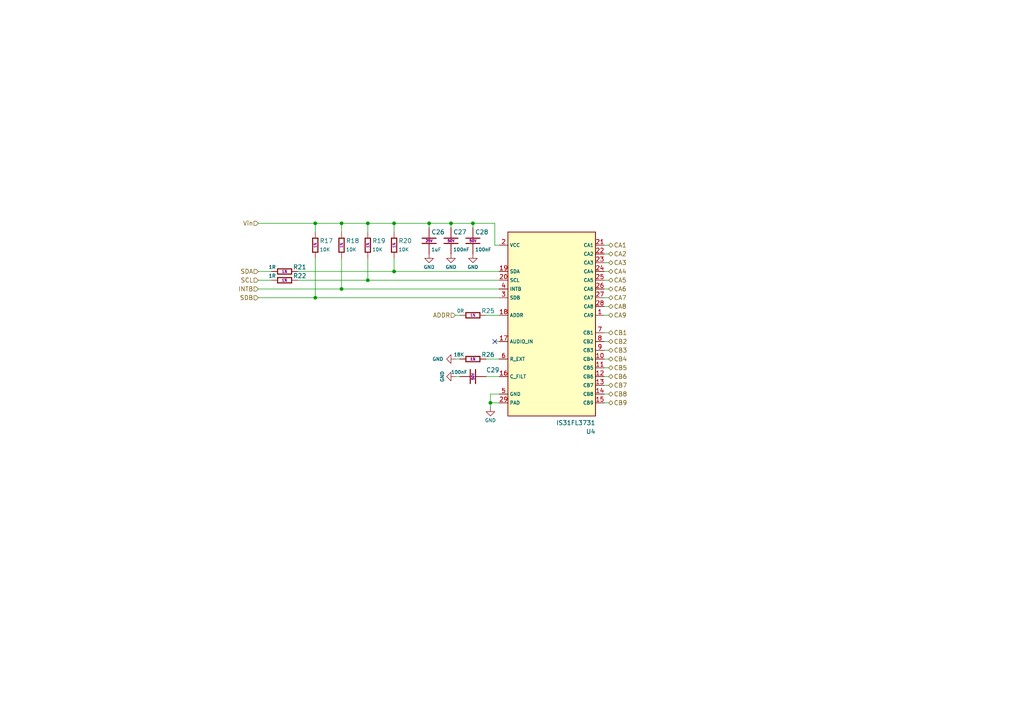
<source format=kicad_sch>
(kicad_sch (version 20211123) (generator eeschema)
  (paper "A4")
  (lib_symbols
    (symbol "CoE_Capacitor:100nF" (pin_numbers hide) (pin_names (offset 0.254) hide)
      (property "Reference" "C" (at 0.635 2.54 0))
      (property "Value" "100nF" (at 0.635 -2.54 0))
      (property "Voltage" "50V" (at 0 0 0))
      (symbol "100nF_1_1"
        (polyline (pts (xy -2.032 -0.762) (xy 2.032 -0.762)) (stroke (width 0.3048)) (fill (type outline)))
        (polyline (pts (xy -2.032 0.762) (xy 2.032 0.762)) (stroke (width 0.3048)) (fill (type outline)))
        (pin passive line (at 0 3.81 270) (length 2.9972) (name "~") (number "1"))
        (pin passive line (at 0 -3.81 90) (length 2.9972) (name "~") (number "2"))
      )
    )
    (symbol "CoE_Capacitor:1uF" (pin_numbers hide) (pin_names (offset 0.254) hide)
      (property "Reference" "C" (at 0.635 2.54 0))
      (property "Value" "1uF" (at 0.635 -2.54 0))
      (property "Voltage" "25V" (at 0 0 0))
      (symbol "1uF_1_1"
        (polyline (pts (xy -2.032 -0.762) (xy 2.032 -0.762)) (stroke (width 0.3048)) (fill (type outline)))
        (polyline (pts (xy -2.032 0.762) (xy 2.032 0.762)) (stroke (width 0.3048)) (fill (type outline)))
        (pin passive line (at 0 3.81 270) (length 2.9972) (name "~") (number "1"))
        (pin passive line (at 0 -3.81 90) (length 2.9972) (name "~") (number "2"))
      )
    )
    (symbol "CoE_IntegratedCircuit:IS31FL3731"
      (property "Reference" "U" (at 25.4 -53.34 0))
      (property "Value" "IS31FL3731" (at 25.4 -50.8 0))
      (property "Manufacturer Part #" "IS31FL3731-QFLS2-TR" (at 0 0 0))
      (property "JLCPCB Part #" "C191206" (at 0 0 0))
      (symbol "IS31FL3731_0_1"
        (rectangle (start 0 3.81) (end 25.4 -49.53) (stroke (width 0.254)) (fill (type background)))
      )
      (symbol "IS31FL3731_1_1"
        (pin passive line (at 27.94 -20.32 180) (length 2.54) (name "CA9") (number "1"))
        (pin passive line (at 27.94 -33.02 180) (length 2.54) (name "CB4") (number "10"))
        (pin passive line (at 27.94 -35.56 180) (length 2.54) (name "CB5") (number "11"))
        (pin passive line (at 27.94 -38.1 180) (length 2.54) (name "CB6") (number "12"))
        (pin passive line (at 27.94 -40.64 180) (length 2.54) (name "CB7") (number "13"))
        (pin passive line (at 27.94 -43.18 180) (length 2.54) (name "CB8") (number "14"))
        (pin passive line (at 27.94 -45.72 180) (length 2.54) (name "CB9") (number "15"))
        (pin input line (at -2.54 -38.1 0) (length 2.54) (name "C_FILT") (number "16"))
        (pin passive line (at -2.54 -27.94 0) (length 2.54) (name "AUDIO_IN") (number "17"))
        (pin input line (at -2.54 -20.32 0) (length 2.54) (name "ADDR") (number "18"))
        (pin bidirectional line (at -2.54 -7.62 0) (length 2.54) (name "SDA") (number "19"))
        (pin power_in line (at -2.54 0 0) (length 2.54) (name "VCC") (number "2"))
        (pin input line (at -2.54 -10.16 0) (length 2.54) (name "SCL") (number "20"))
        (pin passive line (at 27.94 0 180) (length 2.54) (name "CA1") (number "21"))
        (pin passive line (at 27.94 -2.54 180) (length 2.54) (name "CA2") (number "22"))
        (pin passive line (at 27.94 -5.08 180) (length 2.54) (name "CA3") (number "23"))
        (pin passive line (at 27.94 -7.62 180) (length 2.54) (name "CA4") (number "24"))
        (pin passive line (at 27.94 -10.16 180) (length 2.54) (name "CA5") (number "25"))
        (pin passive line (at 27.94 -12.7 180) (length 2.54) (name "CA6") (number "26"))
        (pin passive line (at 27.94 -15.24 180) (length 2.54) (name "CA7") (number "27"))
        (pin passive line (at 27.94 -17.78 180) (length 2.54) (name "CA8") (number "28"))
        (pin power_in line (at -2.54 -45.72 0) (length 2.54) (name "PAD") (number "29"))
        (pin input line (at -2.54 -15.24 0) (length 2.54) (name "SDB") (number "3"))
        (pin input line (at -2.54 -12.7 0) (length 2.54) (name "INTB") (number "4"))
        (pin power_in line (at -2.54 -43.18 0) (length 2.54) (name "GND") (number "5"))
        (pin passive line (at -2.54 -33.02 0) (length 2.54) (name "R_EXT") (number "6"))
        (pin passive line (at 27.94 -25.4 180) (length 2.54) (name "CB1") (number "7"))
        (pin passive line (at 27.94 -27.94 180) (length 2.54) (name "CB2") (number "8"))
        (pin passive line (at 27.94 -30.48 180) (length 2.54) (name "CB3") (number "9"))
      )
    )
    (symbol "CoE_Resistor:0R" (pin_numbers hide) (pin_names (offset 0.254) hide)
      (property "Reference" "R" (at 1.27 1.27 0))
      (property "Value" "0R" (at 1.27 -1.27 0))
      (property "Tolerance" "1%" (at 0 0 90))
      (symbol "0R_1_1"
        (polyline (pts (xy -0.762 -2.032) (xy -0.762 2.032)) (stroke (width 0.3048)) (fill (type outline)))
        (polyline (pts (xy 0.762 -2.032) (xy -0.762 -2.032)) (stroke (width 0.3048)) (fill (type outline)))
        (polyline (pts (xy 0.762 -2.032) (xy 0.762 2.032)) (stroke (width 0.3048)) (fill (type outline)))
        (polyline (pts (xy 0.762 2.032) (xy -0.762 2.032)) (stroke (width 0.3048)) (fill (type outline)))
        (pin passive line (at 0 3.81 270) (length 1.6002) (name "~") (number "1"))
        (pin passive line (at 0 -3.81 90) (length 1.6002) (name "~") (number "2"))
      )
    )
    (symbol "CoE_Resistor:10K" (pin_numbers hide) (pin_names (offset 0.254) hide)
      (property "Reference" "R" (at 1.27 1.27 0))
      (property "Value" "10K" (at 1.27 -1.27 0))
      (property "Tolerance" "1%" (at 0 0 90))
      (symbol "10K_1_1"
        (polyline (pts (xy -0.762 -2.032) (xy -0.762 2.032)) (stroke (width 0.3048)) (fill (type outline)))
        (polyline (pts (xy 0.762 -2.032) (xy -0.762 -2.032)) (stroke (width 0.3048)) (fill (type outline)))
        (polyline (pts (xy 0.762 -2.032) (xy 0.762 2.032)) (stroke (width 0.3048)) (fill (type outline)))
        (polyline (pts (xy 0.762 2.032) (xy -0.762 2.032)) (stroke (width 0.3048)) (fill (type outline)))
        (pin passive line (at 0 3.81 270) (length 1.6002) (name "~") (number "1"))
        (pin passive line (at 0 -3.81 90) (length 1.6002) (name "~") (number "2"))
      )
    )
    (symbol "CoE_Resistor:18K" (pin_numbers hide) (pin_names (offset 0.254) hide)
      (property "Reference" "R" (at 1.27 1.27 0))
      (property "Value" "18K" (at 1.27 -1.27 0))
      (property "Tolerance" "1%" (at 0 0 90))
      (symbol "18K_1_1"
        (polyline (pts (xy -0.762 -2.032) (xy -0.762 2.032)) (stroke (width 0.3048)) (fill (type outline)))
        (polyline (pts (xy 0.762 -2.032) (xy -0.762 -2.032)) (stroke (width 0.3048)) (fill (type outline)))
        (polyline (pts (xy 0.762 -2.032) (xy 0.762 2.032)) (stroke (width 0.3048)) (fill (type outline)))
        (polyline (pts (xy 0.762 2.032) (xy -0.762 2.032)) (stroke (width 0.3048)) (fill (type outline)))
        (pin passive line (at 0 3.81 270) (length 1.6002) (name "~") (number "1"))
        (pin passive line (at 0 -3.81 90) (length 1.6002) (name "~") (number "2"))
      )
    )
    (symbol "CoE_Resistor:1R" (pin_numbers hide) (pin_names (offset 0.254) hide)
      (property "Reference" "R" (at 1.27 1.27 0))
      (property "Value" "1R" (at 1.27 -1.27 0))
      (property "Tolerance" "1%" (at 0 0 90))
      (symbol "1R_1_1"
        (polyline (pts (xy -0.762 -2.032) (xy -0.762 2.032)) (stroke (width 0.3048)) (fill (type outline)))
        (polyline (pts (xy 0.762 -2.032) (xy -0.762 -2.032)) (stroke (width 0.3048)) (fill (type outline)))
        (polyline (pts (xy 0.762 -2.032) (xy 0.762 2.032)) (stroke (width 0.3048)) (fill (type outline)))
        (polyline (pts (xy 0.762 2.032) (xy -0.762 2.032)) (stroke (width 0.3048)) (fill (type outline)))
        (pin passive line (at 0 3.81 270) (length 1.6002) (name "~") (number "1"))
        (pin passive line (at 0 -3.81 90) (length 1.6002) (name "~") (number "2"))
      )
    )
    (symbol "power:GND" (power) (pin_names (offset 0))
      (property "Value" "GND" (at 0 -3.81 0))
      (symbol "GND_0_1"
        (polyline (pts (xy 0 0) (xy 0 -1.27) (xy 1.27 -1.27) (xy 0 -2.54) (xy -1.27 -1.27) (xy 0 -1.27)))
      )
      (symbol "GND_1_1"
        (pin power_in line (at 0 0 270) (length 0) hide (name "GND") (number "1"))
      )
    )
  )
  (junction (at 91.44 64.77))
  (junction (at 106.68 81.28))
  (junction (at 114.3 78.74))
  (junction (at 124.46 64.77))
  (junction (at 91.44 86.36))
  (junction (at 106.68 64.77))
  (junction (at 99.06 64.77))
  (junction (at 114.3 64.77))
  (junction (at 142.24 116.84))
  (junction (at 99.06 83.82))
  (junction (at 137.16 64.77))
  (junction (at 130.81 64.77))
  (no_connect (at 143.51 99.06))
  (wire (pts (xy 140.97 91.44) (xy 144.78 91.44)))
  (wire (pts (xy 142.24 118.11) (xy 142.24 116.84)))
  (wire (pts (xy 175.26 83.82) (xy 176.53 83.82)))
  (wire (pts (xy 144.78 114.3) (xy 142.24 114.3)))
  (wire (pts (xy 86.36 81.28) (xy 106.68 81.28)))
  (wire (pts (xy 74.93 81.28) (xy 78.74 81.28)))
  (wire (pts (xy 91.44 64.77) (xy 99.06 64.77)))
  (wire (pts (xy 91.44 86.36) (xy 91.44 74.93)))
  (wire (pts (xy 99.06 83.82) (xy 99.06 74.93)))
  (wire (pts (xy 99.06 64.77) (xy 99.06 67.31)))
  (wire (pts (xy 137.16 64.77) (xy 130.81 64.77)))
  (wire (pts (xy 175.26 116.84) (xy 176.53 116.84)))
  (wire (pts (xy 175.26 88.9) (xy 176.53 88.9)))
  (wire (pts (xy 130.81 64.77) (xy 130.81 66.04)))
  (wire (pts (xy 175.26 106.68) (xy 176.53 106.68)))
  (wire (pts (xy 175.26 99.06) (xy 176.53 99.06)))
  (wire (pts (xy 114.3 64.77) (xy 114.3 67.31)))
  (wire (pts (xy 175.26 104.14) (xy 176.53 104.14)))
  (wire (pts (xy 143.51 99.06) (xy 144.78 99.06)))
  (wire (pts (xy 132.08 91.44) (xy 133.35 91.44)))
  (wire (pts (xy 106.68 64.77) (xy 106.68 67.31)))
  (wire (pts (xy 175.26 109.22) (xy 176.53 109.22)))
  (wire (pts (xy 143.51 71.12) (xy 144.78 71.12)))
  (wire (pts (xy 137.16 64.77) (xy 143.51 64.77)))
  (wire (pts (xy 130.81 64.77) (xy 124.46 64.77)))
  (wire (pts (xy 175.26 96.52) (xy 176.53 96.52)))
  (wire (pts (xy 114.3 64.77) (xy 124.46 64.77)))
  (wire (pts (xy 175.26 71.12) (xy 176.53 71.12)))
  (wire (pts (xy 144.78 81.28) (xy 106.68 81.28)))
  (wire (pts (xy 175.26 114.3) (xy 176.53 114.3)))
  (wire (pts (xy 99.06 64.77) (xy 106.68 64.77)))
  (wire (pts (xy 144.78 83.82) (xy 99.06 83.82)))
  (wire (pts (xy 175.26 91.44) (xy 176.53 91.44)))
  (wire (pts (xy 114.3 78.74) (xy 114.3 74.93)))
  (wire (pts (xy 175.26 86.36) (xy 176.53 86.36)))
  (wire (pts (xy 74.93 64.77) (xy 91.44 64.77)))
  (wire (pts (xy 74.93 78.74) (xy 78.74 78.74)))
  (wire (pts (xy 74.93 83.82) (xy 99.06 83.82)))
  (wire (pts (xy 142.24 116.84) (xy 144.78 116.84)))
  (wire (pts (xy 143.51 64.77) (xy 143.51 71.12)))
  (wire (pts (xy 86.36 78.74) (xy 114.3 78.74)))
  (wire (pts (xy 132.08 104.14) (xy 133.35 104.14)))
  (wire (pts (xy 140.97 109.22) (xy 144.78 109.22)))
  (wire (pts (xy 106.68 64.77) (xy 114.3 64.77)))
  (wire (pts (xy 132.08 109.22) (xy 133.35 109.22)))
  (wire (pts (xy 144.78 78.74) (xy 114.3 78.74)))
  (wire (pts (xy 124.46 64.77) (xy 124.46 66.04)))
  (wire (pts (xy 175.26 76.2) (xy 176.53 76.2)))
  (wire (pts (xy 175.26 78.74) (xy 176.53 78.74)))
  (wire (pts (xy 175.26 101.6) (xy 176.53 101.6)))
  (wire (pts (xy 175.26 73.66) (xy 176.53 73.66)))
  (wire (pts (xy 137.16 64.77) (xy 137.16 66.04)))
  (wire (pts (xy 142.24 114.3) (xy 142.24 116.84)))
  (wire (pts (xy 175.26 111.76) (xy 176.53 111.76)))
  (wire (pts (xy 106.68 81.28) (xy 106.68 74.93)))
  (wire (pts (xy 175.26 81.28) (xy 176.53 81.28)))
  (wire (pts (xy 74.93 86.36) (xy 91.44 86.36)))
  (wire (pts (xy 91.44 64.77) (xy 91.44 67.31)))
  (wire (pts (xy 144.78 86.36) (xy 91.44 86.36)))
  (wire (pts (xy 140.97 104.14) (xy 144.78 104.14)))
  (hierarchical_label "CB3" (shape tri_state) (at 176.53 101.6 0))
  (hierarchical_label "CA7" (shape tri_state) (at 176.53 86.36 0))
  (hierarchical_label "CB2" (shape tri_state) (at 176.53 99.06 0))
  (hierarchical_label "CA6" (shape tri_state) (at 176.53 83.82 0))
  (hierarchical_label "CA4" (shape tri_state) (at 176.53 78.74 0))
  (hierarchical_label "ADDR" (shape input) (at 132.08 91.44 180))
  (hierarchical_label "SCL" (shape input) (at 74.93 81.28 180))
  (hierarchical_label "CB8" (shape tri_state) (at 176.53 114.3 0))
  (hierarchical_label "CB9" (shape tri_state) (at 176.53 116.84 0))
  (hierarchical_label "CB4" (shape tri_state) (at 176.53 104.14 0))
  (hierarchical_label "CA3" (shape tri_state) (at 176.53 76.2 0))
  (hierarchical_label "INTB" (shape input) (at 74.93 83.82 180))
  (hierarchical_label "SDB" (shape input) (at 74.93 86.36 180))
  (hierarchical_label "CA5" (shape tri_state) (at 176.53 81.28 0))
  (hierarchical_label "CB1" (shape tri_state) (at 176.53 96.52 0))
  (hierarchical_label "CA1" (shape tri_state) (at 176.53 71.12 0))
  (hierarchical_label "CA9" (shape tri_state) (at 176.53 91.44 0))
  (hierarchical_label "CB6" (shape tri_state) (at 176.53 109.22 0))
  (hierarchical_label "CB5" (shape tri_state) (at 176.53 106.68 0))
  (hierarchical_label "CA2" (shape tri_state) (at 176.53 73.66 0))
  (hierarchical_label "Vin" (shape input) (at 74.93 64.77 180))
  (hierarchical_label "SDA" (shape input) (at 74.93 78.74 180))
  (hierarchical_label "CA8" (shape tri_state) (at 176.53 88.9 0))
  (hierarchical_label "CB7" (shape tri_state) (at 176.53 111.76 0))
  (symbol (lib_id "CoE_Resistor:10K") (at 91.44 71.12 0)
    (property "Reference" "R17" (at 92.71 69.85 0) (effects (justify left)))
    (property "Value" "10K" (at 92.71 72.39 0) (effects (font (size 0.9906 0.9906)) (justify left)))
    (property "Footprint" "CoF_Resistor:R-0402" (effects hide))
    (property "Tolerance" "1%" (at 91.44 71.12 90) (effects (font (size 0.7112 0.7112))))
    (property "MFR. Part #" "0402WGF1002TCE" (effects hide))
    (property "JLCPCB Part #" "C25744" (effects hide))
  )
  (symbol (lib_id "CoE_Resistor:1R") (at 82.55 81.28 90)
    (property "Reference" "R22" (at 88.9 80.01 90) (effects (justify left)))
    (property "Value" "1R" (at 80.01 80.01 90) (effects (font (size 0.9906 0.9906)) (justify left)))
    (property "Footprint" "CoF_Resistor:R-0402" (effects hide))
    (property "Tolerance" "1%" (at 82.55 81.28 90) (effects (font (size 0.7112 0.7112))))
    (property "MFR. Part #" "0402WGF100KTCE" (effects hide))
    (property "JLCPCB Part #" "C25086" (effects hide))
  )
  (symbol (lib_id "CoE_Capacitor:100nF") (at 137.16 109.22 270)
    (property "Reference" "C29" (at 140.97 107.315 90) (effects (justify left)))
    (property "Value" "100nF" (at 130.81 107.95 90) (effects (font (size 0.9906 0.9906)) (justify left)))
    (property "Footprint" "CoF_Capacitor:C-0402" (effects hide))
    (property "Voltage" "50V" (at 137.16 109.22 0) (effects (font (size 0.7112 0.7112))))
    (property "MFR. Part #" "CL05B104KB54PNC" (effects hide))
    (property "JLCPCB Part #" "C307331" (effects hide))
  )
  (symbol (lib_id "CoE_Capacitor:100nF") (at 137.16 69.85 0)
    (property "Reference" "C28" (at 137.795 67.31 0) (effects (justify left)))
    (property "Value" "100nF" (at 137.795 72.39 0) (effects (font (size 0.9906 0.9906)) (justify left)))
    (property "Footprint" "CoF_Capacitor:C-0402" (effects hide))
    (property "Voltage" "50V" (at 137.16 69.85 0) (effects (font (size 0.7112 0.7112))))
    (property "MFR. Part #" "CL05B104KB54PNC" (effects hide))
    (property "JLCPCB Part #" "C307331" (effects hide))
  )
  (symbol (lib_id "CoE_Resistor:10K") (at 114.3 71.12 0)
    (property "Reference" "R20" (at 115.57 69.85 0) (effects (justify left)))
    (property "Value" "10K" (at 115.57 72.39 0) (effects (font (size 0.9906 0.9906)) (justify left)))
    (property "Footprint" "CoF_Resistor:R-0402" (effects hide))
    (property "Tolerance" "1%" (at 114.3 71.12 90) (effects (font (size 0.7112 0.7112))))
    (property "MFR. Part #" "0402WGF1002TCE" (effects hide))
    (property "JLCPCB Part #" "C25744" (effects hide))
  )
  (symbol (lib_id "power:GND") (at 137.16 73.66 0)
    (property "Reference" "#PWR074" (effects hide))
    (property "Value" "GND" (at 137.16 77.47 0) (effects (font (size 1 1))))
  )
  (symbol (lib_id "power:GND") (at 132.08 109.22 270)
    (property "Reference" "#PWR076" (effects hide))
    (property "Value" "GND" (at 128.27 109.22 0) (effects (font (size 1 1))))
  )
  (symbol (lib_id "CoE_Resistor:10K") (at 106.68 71.12 0)
    (property "Reference" "R19" (at 107.95 69.85 0) (effects (justify left)))
    (property "Value" "10K" (at 107.95 72.39 0) (effects (font (size 0.9906 0.9906)) (justify left)))
    (property "Footprint" "CoF_Resistor:R-0402" (effects hide))
    (property "Tolerance" "1%" (at 106.68 71.12 90) (effects (font (size 0.7112 0.7112))))
    (property "MFR. Part #" "0402WGF1002TCE" (effects hide))
    (property "JLCPCB Part #" "C25744" (effects hide))
  )
  (symbol (lib_id "power:GND") (at 124.46 73.66 0)
    (property "Reference" "#PWR072" (effects hide))
    (property "Value" "GND" (at 124.46 77.47 0) (effects (font (size 1 1))))
  )
  (symbol (lib_id "power:GND") (at 132.08 104.14 270)
    (property "Reference" "#PWR075" (effects hide))
    (property "Value" "GND" (at 127 104.14 90) (effects (font (size 1 1))))
  )
  (symbol (lib_id "CoE_Resistor:10K") (at 99.06 71.12 0)
    (property "Reference" "R18" (at 100.33 69.85 0) (effects (justify left)))
    (property "Value" "10K" (at 100.33 72.39 0) (effects (font (size 0.9906 0.9906)) (justify left)))
    (property "Footprint" "CoF_Resistor:R-0402" (effects hide))
    (property "Tolerance" "1%" (at 99.06 71.12 90) (effects (font (size 0.7112 0.7112))))
    (property "MFR. Part #" "0402WGF1002TCE" (effects hide))
    (property "JLCPCB Part #" "C25744" (effects hide))
  )
  (symbol (lib_id "CoE_Resistor:18K") (at 137.16 104.14 90)
    (property "Reference" "R26" (at 143.51 102.87 90) (effects (justify left)))
    (property "Value" "18K" (at 134.62 102.87 90) (effects (font (size 0.9906 0.9906)) (justify left)))
    (property "Footprint" "CoF_Resistor:R-0402" (effects hide))
    (property "Tolerance" "1%" (at 137.16 104.14 90) (effects (font (size 0.7112 0.7112))))
    (property "MFR. Part #" "0402WGF1802TCE" (effects hide))
    (property "JLCPCB Part #" "C25762" (effects hide))
  )
  (symbol (lib_id "CoE_Resistor:1R") (at 82.55 78.74 90)
    (property "Reference" "R21" (at 88.9 77.47 90) (effects (justify left)))
    (property "Value" "1R" (at 80.01 77.47 90) (effects (font (size 0.9906 0.9906)) (justify left)))
    (property "Footprint" "CoF_Resistor:R-0402" (effects hide))
    (property "Tolerance" "1%" (at 82.55 78.74 90) (effects (font (size 0.7112 0.7112))))
    (property "MFR. Part #" "0402WGF100KTCE" (effects hide))
    (property "JLCPCB Part #" "C25086" (effects hide))
  )
  (symbol (lib_id "CoE_Resistor:0R") (at 137.16 91.44 90)
    (property "Reference" "R25" (at 143.51 90.17 90) (effects (justify left)))
    (property "Value" "0R" (at 134.62 90.17 90) (effects (font (size 0.9906 0.9906)) (justify left)))
    (property "Footprint" "CoF_Resistor:R-0402" (effects hide))
    (property "Tolerance" "1%" (at 137.16 91.44 90) (effects (font (size 0.7112 0.7112))))
    (property "MFR. Part #" "0402WGF0000TCE" (effects hide))
    (property "JLCPCB Part #" "C17168" (effects hide))
  )
  (symbol (lib_id "CoE_IntegratedCircuit:IS31FL3731") (at 147.32 71.12 0)
    (property "Reference" "U4" (at 172.72 124.46 0) (effects (justify right top)))
    (property "Value" "IS31FL3731" (at 172.72 121.92 0) (effects (justify right top)))
    (property "Footprint" "CoF_QuadFlat:QFN-28-EP" (effects hide))
    (property "Datasheet" "http://www.issi.com/WW/pdf/31FL3731.pdf" (effects hide))
    (property "Manufacturer Part #" "IS31FL3731-QFLS2-TR" (effects hide))
    (property "JLCPCB Part #" "C191206" (effects hide))
  )
  (symbol (lib_id "CoE_Capacitor:1uF") (at 124.46 69.85 0)
    (property "Reference" "C26" (at 125.095 67.31 0) (effects (justify left)))
    (property "Value" "1uF" (at 125.095 72.39 0) (effects (font (size 0.9906 0.9906)) (justify left)))
    (property "Footprint" "CoF_Capacitor:C-0402" (effects hide))
    (property "Voltage" "25V" (at 124.46 69.85 0) (effects (font (size 0.7112 0.7112))))
    (property "MFR. Part #" "CL05A105KA5NQNC" (effects hide))
    (property "JLCPCB Part #" "C52923" (effects hide))
  )
  (symbol (lib_id "power:GND") (at 130.81 73.66 0)
    (property "Reference" "#PWR073" (effects hide))
    (property "Value" "GND" (at 130.81 77.47 0) (effects (font (size 1 1))))
  )
  (symbol (lib_id "CoE_Capacitor:100nF") (at 130.81 69.85 0)
    (property "Reference" "C27" (at 131.445 67.31 0) (effects (justify left)))
    (property "Value" "100nF" (at 131.445 72.39 0) (effects (font (size 0.9906 0.9906)) (justify left)))
    (property "Footprint" "CoF_Capacitor:C-0402" (effects hide))
    (property "Voltage" "50V" (at 130.81 69.85 0) (effects (font (size 0.7112 0.7112))))
    (property "MFR. Part #" "CL05B104KB54PNC" (effects hide))
    (property "JLCPCB Part #" "C307331" (effects hide))
  )
  (symbol (lib_id "power:GND") (at 142.24 118.11 0)
    (property "Reference" "#PWR077" (effects hide))
    (property "Value" "GND" (at 142.24 121.92 0) (effects (font (size 1 1))))
  )
)
</source>
